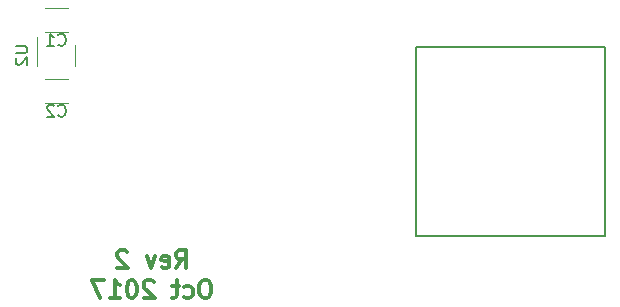
<source format=gbr>
G04 #@! TF.FileFunction,Legend,Bot*
%FSLAX46Y46*%
G04 Gerber Fmt 4.6, Leading zero omitted, Abs format (unit mm)*
G04 Created by KiCad (PCBNEW 4.0.7) date 10/01/17 15:58:34*
%MOMM*%
%LPD*%
G01*
G04 APERTURE LIST*
%ADD10C,0.100000*%
%ADD11C,0.300000*%
%ADD12C,0.150000*%
%ADD13C,0.120000*%
G04 APERTURE END LIST*
D10*
D11*
X128035713Y-89903571D02*
X128535713Y-89189286D01*
X128892856Y-89903571D02*
X128892856Y-88403571D01*
X128321428Y-88403571D01*
X128178570Y-88475000D01*
X128107142Y-88546429D01*
X128035713Y-88689286D01*
X128035713Y-88903571D01*
X128107142Y-89046429D01*
X128178570Y-89117857D01*
X128321428Y-89189286D01*
X128892856Y-89189286D01*
X126821428Y-89832143D02*
X126964285Y-89903571D01*
X127249999Y-89903571D01*
X127392856Y-89832143D01*
X127464285Y-89689286D01*
X127464285Y-89117857D01*
X127392856Y-88975000D01*
X127249999Y-88903571D01*
X126964285Y-88903571D01*
X126821428Y-88975000D01*
X126749999Y-89117857D01*
X126749999Y-89260714D01*
X127464285Y-89403571D01*
X126249999Y-88903571D02*
X125892856Y-89903571D01*
X125535714Y-88903571D01*
X123892857Y-88546429D02*
X123821428Y-88475000D01*
X123678571Y-88403571D01*
X123321428Y-88403571D01*
X123178571Y-88475000D01*
X123107142Y-88546429D01*
X123035714Y-88689286D01*
X123035714Y-88832143D01*
X123107142Y-89046429D01*
X123964285Y-89903571D01*
X123035714Y-89903571D01*
X130642856Y-90953571D02*
X130357142Y-90953571D01*
X130214284Y-91025000D01*
X130071427Y-91167857D01*
X129999999Y-91453571D01*
X129999999Y-91953571D01*
X130071427Y-92239286D01*
X130214284Y-92382143D01*
X130357142Y-92453571D01*
X130642856Y-92453571D01*
X130785713Y-92382143D01*
X130928570Y-92239286D01*
X130999999Y-91953571D01*
X130999999Y-91453571D01*
X130928570Y-91167857D01*
X130785713Y-91025000D01*
X130642856Y-90953571D01*
X128714284Y-92382143D02*
X128857141Y-92453571D01*
X129142855Y-92453571D01*
X129285713Y-92382143D01*
X129357141Y-92310714D01*
X129428570Y-92167857D01*
X129428570Y-91739286D01*
X129357141Y-91596429D01*
X129285713Y-91525000D01*
X129142855Y-91453571D01*
X128857141Y-91453571D01*
X128714284Y-91525000D01*
X128285713Y-91453571D02*
X127714284Y-91453571D01*
X128071427Y-90953571D02*
X128071427Y-92239286D01*
X127999999Y-92382143D01*
X127857141Y-92453571D01*
X127714284Y-92453571D01*
X126142856Y-91096429D02*
X126071427Y-91025000D01*
X125928570Y-90953571D01*
X125571427Y-90953571D01*
X125428570Y-91025000D01*
X125357141Y-91096429D01*
X125285713Y-91239286D01*
X125285713Y-91382143D01*
X125357141Y-91596429D01*
X126214284Y-92453571D01*
X125285713Y-92453571D01*
X124357142Y-90953571D02*
X124214285Y-90953571D01*
X124071428Y-91025000D01*
X123999999Y-91096429D01*
X123928570Y-91239286D01*
X123857142Y-91525000D01*
X123857142Y-91882143D01*
X123928570Y-92167857D01*
X123999999Y-92310714D01*
X124071428Y-92382143D01*
X124214285Y-92453571D01*
X124357142Y-92453571D01*
X124499999Y-92382143D01*
X124571428Y-92310714D01*
X124642856Y-92167857D01*
X124714285Y-91882143D01*
X124714285Y-91525000D01*
X124642856Y-91239286D01*
X124571428Y-91096429D01*
X124499999Y-91025000D01*
X124357142Y-90953571D01*
X122428571Y-92453571D02*
X123285714Y-92453571D01*
X122857142Y-92453571D02*
X122857142Y-90953571D01*
X122999999Y-91167857D01*
X123142857Y-91310714D01*
X123285714Y-91382143D01*
X121928571Y-90953571D02*
X120928571Y-90953571D01*
X121571428Y-92453571D01*
D12*
X148333000Y-87251000D02*
X164333000Y-87251000D01*
X148333000Y-71251000D02*
X148333000Y-87251000D01*
X164333000Y-71251000D02*
X148333000Y-71251000D01*
X164333000Y-87251000D02*
X164333000Y-71251000D01*
D13*
X118900000Y-69920000D02*
X116900000Y-69920000D01*
X116900000Y-67880000D02*
X118900000Y-67880000D01*
X118900000Y-75920000D02*
X116900000Y-75920000D01*
X116900000Y-73880000D02*
X118900000Y-73880000D01*
X119510000Y-71000000D02*
X119510000Y-72800000D01*
X116290000Y-72800000D02*
X116290000Y-70350000D01*
D12*
X118066666Y-71007143D02*
X118114285Y-71054762D01*
X118257142Y-71102381D01*
X118352380Y-71102381D01*
X118495238Y-71054762D01*
X118590476Y-70959524D01*
X118638095Y-70864286D01*
X118685714Y-70673810D01*
X118685714Y-70530952D01*
X118638095Y-70340476D01*
X118590476Y-70245238D01*
X118495238Y-70150000D01*
X118352380Y-70102381D01*
X118257142Y-70102381D01*
X118114285Y-70150000D01*
X118066666Y-70197619D01*
X117114285Y-71102381D02*
X117685714Y-71102381D01*
X117400000Y-71102381D02*
X117400000Y-70102381D01*
X117495238Y-70245238D01*
X117590476Y-70340476D01*
X117685714Y-70388095D01*
X118066666Y-77007143D02*
X118114285Y-77054762D01*
X118257142Y-77102381D01*
X118352380Y-77102381D01*
X118495238Y-77054762D01*
X118590476Y-76959524D01*
X118638095Y-76864286D01*
X118685714Y-76673810D01*
X118685714Y-76530952D01*
X118638095Y-76340476D01*
X118590476Y-76245238D01*
X118495238Y-76150000D01*
X118352380Y-76102381D01*
X118257142Y-76102381D01*
X118114285Y-76150000D01*
X118066666Y-76197619D01*
X117685714Y-76197619D02*
X117638095Y-76150000D01*
X117542857Y-76102381D01*
X117304761Y-76102381D01*
X117209523Y-76150000D01*
X117161904Y-76197619D01*
X117114285Y-76292857D01*
X117114285Y-76388095D01*
X117161904Y-76530952D01*
X117733333Y-77102381D01*
X117114285Y-77102381D01*
X114452381Y-71138095D02*
X115261905Y-71138095D01*
X115357143Y-71185714D01*
X115404762Y-71233333D01*
X115452381Y-71328571D01*
X115452381Y-71519048D01*
X115404762Y-71614286D01*
X115357143Y-71661905D01*
X115261905Y-71709524D01*
X114452381Y-71709524D01*
X114547619Y-72138095D02*
X114500000Y-72185714D01*
X114452381Y-72280952D01*
X114452381Y-72519048D01*
X114500000Y-72614286D01*
X114547619Y-72661905D01*
X114642857Y-72709524D01*
X114738095Y-72709524D01*
X114880952Y-72661905D01*
X115452381Y-72090476D01*
X115452381Y-72709524D01*
M02*

</source>
